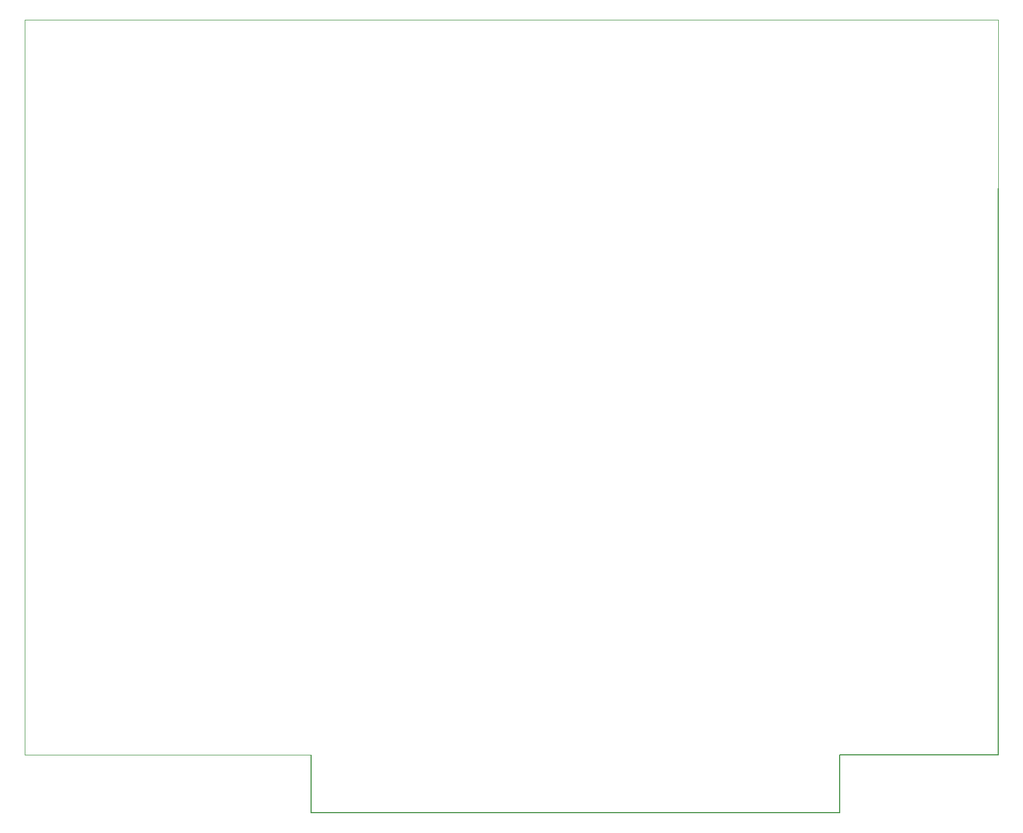
<source format=gbr>
%TF.GenerationSoftware,KiCad,Pcbnew,(5.1.6)-1*%
%TF.CreationDate,2022-09-06T14:02:24-04:00*%
%TF.ProjectId,TinyTurbo286Sch,54696e79-5475-4726-926f-323836536368,rev?*%
%TF.SameCoordinates,Original*%
%TF.FileFunction,Profile,NP*%
%FSLAX46Y46*%
G04 Gerber Fmt 4.6, Leading zero omitted, Abs format (unit mm)*
G04 Created by KiCad (PCBNEW (5.1.6)-1) date 2022-09-06 14:02:24*
%MOMM*%
%LPD*%
G01*
G04 APERTURE LIST*
%TA.AperFunction,Profile*%
%ADD10C,0.100000*%
%TD*%
%TA.AperFunction,Profile*%
%ADD11C,0.150000*%
%TD*%
G04 APERTURE END LIST*
D10*
X217551000Y-35814000D02*
X67818000Y-35814000D01*
X67818000Y-148844000D02*
X67818000Y-35814000D01*
X111887000Y-148844000D02*
X67818000Y-148844000D01*
X217551000Y-61722000D02*
X217551000Y-35814000D01*
D11*
X193167000Y-157734000D02*
X111887000Y-157734000D01*
X193167000Y-157734000D02*
X193167000Y-148844000D01*
X193167000Y-148844000D02*
X217551000Y-148844000D01*
X111887000Y-157734000D02*
X111887000Y-148844000D01*
X217551000Y-148844000D02*
X217551000Y-61722000D01*
M02*

</source>
